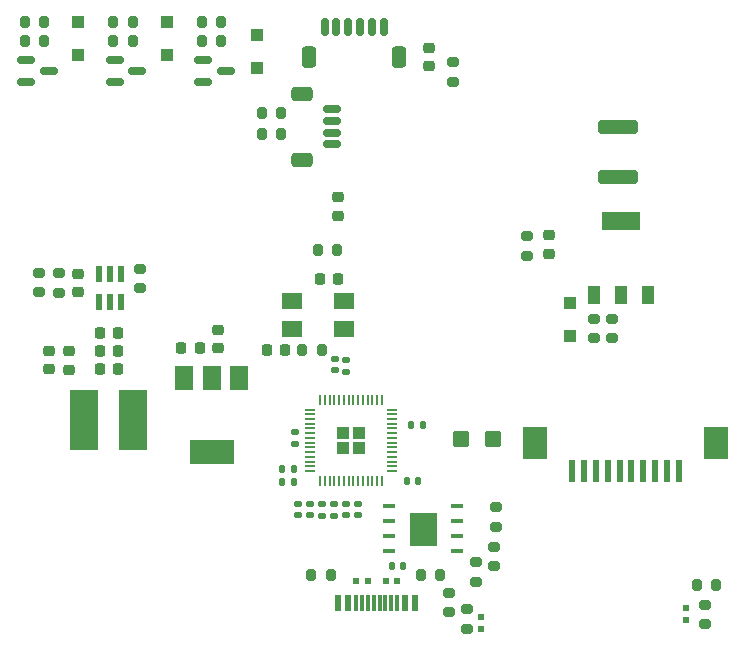
<source format=gbr>
%TF.GenerationSoftware,KiCad,Pcbnew,(5.99.0-10573-gc33b2cfa8d)*%
%TF.CreationDate,2021-05-20T10:50:06+02:00*%
%TF.ProjectId,sucker-one-mainboard,7375636b-6572-42d6-9f6e-652d6d61696e,rev?*%
%TF.SameCoordinates,Original*%
%TF.FileFunction,Paste,Top*%
%TF.FilePolarity,Positive*%
%FSLAX46Y46*%
G04 Gerber Fmt 4.6, Leading zero omitted, Abs format (unit mm)*
G04 Created by KiCad (PCBNEW (5.99.0-10573-gc33b2cfa8d)) date 2021-05-20 10:50:06*
%MOMM*%
%LPD*%
G01*
G04 APERTURE LIST*
G04 Aperture macros list*
%AMRoundRect*
0 Rectangle with rounded corners*
0 $1 Rounding radius*
0 $2 $3 $4 $5 $6 $7 $8 $9 X,Y pos of 4 corners*
0 Add a 4 corners polygon primitive as box body*
4,1,4,$2,$3,$4,$5,$6,$7,$8,$9,$2,$3,0*
0 Add four circle primitives for the rounded corners*
1,1,$1+$1,$2,$3*
1,1,$1+$1,$4,$5*
1,1,$1+$1,$6,$7*
1,1,$1+$1,$8,$9*
0 Add four rect primitives between the rounded corners*
20,1,$1+$1,$2,$3,$4,$5,0*
20,1,$1+$1,$4,$5,$6,$7,0*
20,1,$1+$1,$6,$7,$8,$9,0*
20,1,$1+$1,$8,$9,$2,$3,0*%
G04 Aperture macros list end*
%ADD10C,0.010000*%
%ADD11R,0.599999X1.899999*%
%ADD12R,2.100001X2.799999*%
%ADD13R,0.990600X1.498600*%
%ADD14R,3.276600X1.498600*%
%ADD15RoundRect,0.150000X-0.587500X-0.150000X0.587500X-0.150000X0.587500X0.150000X-0.587500X0.150000X0*%
%ADD16RoundRect,0.200000X0.200000X0.275000X-0.200000X0.275000X-0.200000X-0.275000X0.200000X-0.275000X0*%
%ADD17RoundRect,0.200000X-0.275000X0.200000X-0.275000X-0.200000X0.275000X-0.200000X0.275000X0.200000X0*%
%ADD18RoundRect,0.225000X0.225000X0.250000X-0.225000X0.250000X-0.225000X-0.250000X0.225000X-0.250000X0*%
%ADD19RoundRect,0.218750X0.256250X-0.218750X0.256250X0.218750X-0.256250X0.218750X-0.256250X-0.218750X0*%
%ADD20RoundRect,0.200000X-0.200000X-0.275000X0.200000X-0.275000X0.200000X0.275000X-0.200000X0.275000X0*%
%ADD21RoundRect,0.150000X0.150000X0.625000X-0.150000X0.625000X-0.150000X-0.625000X0.150000X-0.625000X0*%
%ADD22RoundRect,0.250000X0.350000X0.650000X-0.350000X0.650000X-0.350000X-0.650000X0.350000X-0.650000X0*%
%ADD23R,0.500000X0.600000*%
%ADD24R,0.590000X1.450000*%
%ADD25R,0.600000X0.500000*%
%ADD26RoundRect,0.140000X0.170000X-0.140000X0.170000X0.140000X-0.170000X0.140000X-0.170000X-0.140000X0*%
%ADD27R,1.500000X2.000000*%
%ADD28R,3.800000X2.000000*%
%ADD29RoundRect,0.140000X0.140000X0.170000X-0.140000X0.170000X-0.140000X-0.170000X0.140000X-0.170000X0*%
%ADD30R,1.100000X1.100000*%
%ADD31RoundRect,0.135000X-0.185000X0.135000X-0.185000X-0.135000X0.185000X-0.135000X0.185000X0.135000X0*%
%ADD32RoundRect,0.200000X0.275000X-0.200000X0.275000X0.200000X-0.275000X0.200000X-0.275000X-0.200000X0*%
%ADD33R,1.800000X1.400000*%
%ADD34R,0.600000X1.450000*%
%ADD35R,0.300000X1.450000*%
%ADD36RoundRect,0.225000X-0.250000X0.225000X-0.250000X-0.225000X0.250000X-0.225000X0.250000X0.225000X0*%
%ADD37RoundRect,0.140000X-0.170000X0.140000X-0.170000X-0.140000X0.170000X-0.140000X0.170000X0.140000X0*%
%ADD38RoundRect,0.225000X0.250000X-0.225000X0.250000X0.225000X-0.250000X0.225000X-0.250000X-0.225000X0*%
%ADD39R,1.040000X0.440000*%
%ADD40RoundRect,0.150000X0.625000X-0.150000X0.625000X0.150000X-0.625000X0.150000X-0.625000X-0.150000X0*%
%ADD41RoundRect,0.250000X0.650000X-0.350000X0.650000X0.350000X-0.650000X0.350000X-0.650000X-0.350000X0*%
%ADD42RoundRect,0.140000X-0.140000X-0.170000X0.140000X-0.170000X0.140000X0.170000X-0.140000X0.170000X0*%
%ADD43RoundRect,0.250000X-0.450000X-0.425000X0.450000X-0.425000X0.450000X0.425000X-0.450000X0.425000X0*%
%ADD44RoundRect,0.250000X1.450000X-0.312500X1.450000X0.312500X-1.450000X0.312500X-1.450000X-0.312500X0*%
%ADD45R,2.350000X5.100000*%
%ADD46RoundRect,0.218750X-0.256250X0.218750X-0.256250X-0.218750X0.256250X-0.218750X0.256250X0.218750X0*%
%ADD47RoundRect,0.250000X0.292217X0.292217X-0.292217X0.292217X-0.292217X-0.292217X0.292217X-0.292217X0*%
%ADD48RoundRect,0.050000X0.387500X0.050000X-0.387500X0.050000X-0.387500X-0.050000X0.387500X-0.050000X0*%
%ADD49RoundRect,0.050000X0.050000X0.387500X-0.050000X0.387500X-0.050000X-0.387500X0.050000X-0.387500X0*%
G04 APERTURE END LIST*
D10*
%TO.C,U3*%
X103056000Y-146013000D02*
X100896000Y-146013000D01*
X100896000Y-146013000D02*
X100896000Y-143293000D01*
X100896000Y-143293000D02*
X103056000Y-143293000D01*
X103056000Y-143293000D02*
X103056000Y-146013000D01*
G36*
X103056000Y-146013000D02*
G01*
X100896000Y-146013000D01*
X100896000Y-143293000D01*
X103056000Y-143293000D01*
X103056000Y-146013000D01*
G37*
X103056000Y-146013000D02*
X100896000Y-146013000D01*
X100896000Y-143293000D01*
X103056000Y-143293000D01*
X103056000Y-146013000D01*
%TD*%
D11*
%TO.C,J9*%
X123625999Y-139750400D03*
X122625999Y-139750400D03*
X121625998Y-139750400D03*
X120626000Y-139750400D03*
X119625999Y-139750400D03*
X118625999Y-139750400D03*
X117625998Y-139750400D03*
X116625998Y-139750400D03*
X115626000Y-139750400D03*
X114625999Y-139750400D03*
D12*
X126776000Y-137400400D03*
X111476001Y-137400400D03*
%TD*%
D13*
%TO.C,Q6*%
X116484400Y-124866400D03*
X118770400Y-124866400D03*
X121056400Y-124866400D03*
D14*
X118770400Y-118567200D03*
%TD*%
D15*
%TO.C,Q2*%
X75897500Y-104965000D03*
X75897500Y-106865000D03*
X77772500Y-105915000D03*
%TD*%
D16*
%TO.C,R27*%
X93408000Y-129540000D03*
X91758000Y-129540000D03*
%TD*%
D17*
%TO.C,R23*%
X117983000Y-126860800D03*
X117983000Y-128510800D03*
%TD*%
D18*
%TO.C,C4*%
X76175200Y-128066800D03*
X74625200Y-128066800D03*
%TD*%
%TO.C,C6*%
X94805800Y-123494800D03*
X93255800Y-123494800D03*
%TD*%
D15*
%TO.C,Q3*%
X83390500Y-104965000D03*
X83390500Y-106865000D03*
X85265500Y-105915000D03*
%TD*%
D19*
%TO.C,D2*%
X102463600Y-105486300D03*
X102463600Y-103911300D03*
%TD*%
D20*
%TO.C,R14*%
X125133600Y-149453600D03*
X126783600Y-149453600D03*
%TD*%
%TO.C,R11*%
X83249000Y-101724000D03*
X84899000Y-101724000D03*
%TD*%
D21*
%TO.C,J8*%
X98639000Y-102180000D03*
X97639000Y-102180000D03*
X96639000Y-102180000D03*
X95639000Y-102180000D03*
X94639000Y-102180000D03*
X93639000Y-102180000D03*
D22*
X99939000Y-104705000D03*
X92339000Y-104705000D03*
%TD*%
D23*
%TO.C,D4*%
X124256800Y-151341200D03*
X124256800Y-152341200D03*
%TD*%
D24*
%TO.C,U2*%
X74513400Y-125411800D03*
X75463400Y-125411800D03*
X76413400Y-125411800D03*
X76413400Y-123101800D03*
X75463400Y-123101800D03*
X74513400Y-123101800D03*
%TD*%
D20*
%TO.C,R9*%
X75756000Y-101724000D03*
X77406000Y-101724000D03*
%TD*%
D25*
%TO.C,D5*%
X97282000Y-149098000D03*
X96282000Y-149098000D03*
%TD*%
D26*
%TO.C,C13*%
X92451000Y-143510000D03*
X92451000Y-142550000D03*
%TD*%
D27*
%TO.C,U1*%
X86374000Y-131851000D03*
D28*
X84074000Y-138151000D03*
D27*
X84074000Y-131851000D03*
X81774000Y-131851000D03*
%TD*%
D20*
%TO.C,R21*%
X88329000Y-109423200D03*
X89979000Y-109423200D03*
%TD*%
D29*
%TO.C,C10*%
X100302000Y-147828000D03*
X99342000Y-147828000D03*
%TD*%
D30*
%TO.C,D9*%
X80264000Y-101721000D03*
X80264000Y-104521000D03*
%TD*%
D31*
%TO.C,R5*%
X93467000Y-142520000D03*
X93467000Y-143540000D03*
%TD*%
D32*
%TO.C,R28*%
X106502200Y-149135600D03*
X106502200Y-147485600D03*
%TD*%
D30*
%TO.C,D10*%
X87884000Y-102864000D03*
X87884000Y-105664000D03*
%TD*%
%TO.C,D3*%
X72771000Y-101721000D03*
X72771000Y-104521000D03*
%TD*%
D33*
%TO.C,Y1*%
X90916400Y-127742800D03*
X95316400Y-127742800D03*
X95316400Y-125342800D03*
X90916400Y-125342800D03*
%TD*%
D34*
%TO.C,J12*%
X94794000Y-150945500D03*
X95594000Y-150945500D03*
D35*
X96794000Y-150945500D03*
X97794000Y-150945500D03*
X98294000Y-150945500D03*
X99294000Y-150945500D03*
D34*
X101294000Y-150945500D03*
X100494000Y-150945500D03*
D35*
X99794000Y-150945500D03*
X98794000Y-150945500D03*
X97294000Y-150945500D03*
X96294000Y-150945500D03*
%TD*%
D26*
%TO.C,C17*%
X95499000Y-143510000D03*
X95499000Y-142550000D03*
%TD*%
D36*
%TO.C,C5*%
X72771000Y-123050000D03*
X72771000Y-124600000D03*
%TD*%
D17*
%TO.C,R16*%
X116459000Y-126860800D03*
X116459000Y-128510800D03*
%TD*%
D37*
%TO.C,C14*%
X96515000Y-142550000D03*
X96515000Y-143510000D03*
%TD*%
D20*
%TO.C,R17*%
X83249000Y-103375000D03*
X84899000Y-103375000D03*
%TD*%
D17*
%TO.C,R12*%
X110794800Y-119875800D03*
X110794800Y-121525800D03*
%TD*%
D15*
%TO.C,Q1*%
X68404500Y-104965000D03*
X68404500Y-106865000D03*
X70279500Y-105915000D03*
%TD*%
D38*
%TO.C,C11*%
X84607400Y-129375200D03*
X84607400Y-127825200D03*
%TD*%
D37*
%TO.C,C12*%
X94513400Y-130251200D03*
X94513400Y-131211200D03*
%TD*%
D39*
%TO.C,U3*%
X104821000Y-146558000D03*
X104821000Y-145288000D03*
X104821000Y-144018000D03*
X104821000Y-142748000D03*
X99131000Y-142748000D03*
X99131000Y-144018000D03*
X99131000Y-145288000D03*
X99131000Y-146558000D03*
%TD*%
D32*
%TO.C,R24*%
X105689400Y-153123400D03*
X105689400Y-151473400D03*
%TD*%
D40*
%TO.C,J7*%
X94289000Y-112117000D03*
X94289000Y-111117000D03*
X94289000Y-110117000D03*
X94289000Y-109117000D03*
D41*
X91764000Y-113417000D03*
X91764000Y-107817000D03*
%TD*%
D32*
%TO.C,R13*%
X125831600Y-152717000D03*
X125831600Y-151067000D03*
%TD*%
D42*
%TO.C,C23*%
X90066000Y-139573000D03*
X91026000Y-139573000D03*
%TD*%
D16*
%TO.C,R10*%
X94703400Y-121056400D03*
X93053400Y-121056400D03*
%TD*%
D32*
%TO.C,R8*%
X104495600Y-106793800D03*
X104495600Y-105143800D03*
%TD*%
D19*
%TO.C,D8*%
X112674400Y-121386700D03*
X112674400Y-119811700D03*
%TD*%
D42*
%TO.C,C19*%
X90066000Y-140716000D03*
X91026000Y-140716000D03*
%TD*%
D20*
%TO.C,R22*%
X88329000Y-111226600D03*
X89979000Y-111226600D03*
%TD*%
D32*
%TO.C,R26*%
X108127800Y-144487400D03*
X108127800Y-142837400D03*
%TD*%
%TO.C,R19*%
X69494400Y-124637800D03*
X69494400Y-122987800D03*
%TD*%
D25*
%TO.C,D6*%
X98814000Y-149098000D03*
X99814000Y-149098000D03*
%TD*%
D32*
%TO.C,R3*%
X104140000Y-151701000D03*
X104140000Y-150051000D03*
%TD*%
D37*
%TO.C,C20*%
X95478600Y-130406200D03*
X95478600Y-131366200D03*
%TD*%
D18*
%TO.C,C3*%
X83071000Y-129387600D03*
X81521000Y-129387600D03*
%TD*%
D38*
%TO.C,C9*%
X70307200Y-131153200D03*
X70307200Y-129603200D03*
%TD*%
D18*
%TO.C,C2*%
X76175200Y-129565400D03*
X74625200Y-129565400D03*
%TD*%
D43*
%TO.C,C21*%
X105228400Y-137058400D03*
X107928400Y-137058400D03*
%TD*%
D20*
%TO.C,R7*%
X68263000Y-103375000D03*
X69913000Y-103375000D03*
%TD*%
D44*
%TO.C,F1*%
X118491000Y-114888100D03*
X118491000Y-110613100D03*
%TD*%
D18*
%TO.C,C7*%
X90310000Y-129540000D03*
X88760000Y-129540000D03*
%TD*%
D20*
%TO.C,R1*%
X92520000Y-148590000D03*
X94170000Y-148590000D03*
%TD*%
D16*
%TO.C,R2*%
X103441000Y-148590000D03*
X101791000Y-148590000D03*
%TD*%
D45*
%TO.C,L1*%
X77436800Y-135407400D03*
X73286800Y-135407400D03*
%TD*%
D32*
%TO.C,R18*%
X78054200Y-124294400D03*
X78054200Y-122644400D03*
%TD*%
D23*
%TO.C,D12*%
X106908600Y-152128600D03*
X106908600Y-153128600D03*
%TD*%
D26*
%TO.C,C16*%
X91135200Y-137462200D03*
X91135200Y-136502200D03*
%TD*%
D20*
%TO.C,R6*%
X68263000Y-101724000D03*
X69913000Y-101724000D03*
%TD*%
D38*
%TO.C,C8*%
X72034400Y-131178600D03*
X72034400Y-129628600D03*
%TD*%
D42*
%TO.C,C15*%
X100993000Y-135864600D03*
X101953000Y-135864600D03*
%TD*%
D46*
%TO.C,D7*%
X94742000Y-116560500D03*
X94742000Y-118135500D03*
%TD*%
D18*
%TO.C,C1*%
X76175200Y-131089400D03*
X74625200Y-131089400D03*
%TD*%
D30*
%TO.C,D11*%
X114452400Y-125498400D03*
X114452400Y-128298400D03*
%TD*%
D31*
%TO.C,R4*%
X94483000Y-142520000D03*
X94483000Y-143540000D03*
%TD*%
D32*
%TO.C,R25*%
X107975400Y-147828000D03*
X107975400Y-146178000D03*
%TD*%
D29*
%TO.C,C18*%
X101546600Y-140589000D03*
X100586600Y-140589000D03*
%TD*%
D26*
%TO.C,C22*%
X91435000Y-143510000D03*
X91435000Y-142550000D03*
%TD*%
D20*
%TO.C,R15*%
X75756000Y-103375000D03*
X77406000Y-103375000D03*
%TD*%
D17*
%TO.C,R20*%
X71120000Y-123013200D03*
X71120000Y-124663200D03*
%TD*%
D47*
%TO.C,U4*%
X96517500Y-137797500D03*
X96517500Y-136522500D03*
X95242500Y-137797500D03*
X95242500Y-136522500D03*
D48*
X99317500Y-139760000D03*
X99317500Y-139360000D03*
X99317500Y-138960000D03*
X99317500Y-138560000D03*
X99317500Y-138160000D03*
X99317500Y-137760000D03*
X99317500Y-137360000D03*
X99317500Y-136960000D03*
X99317500Y-136560000D03*
X99317500Y-136160000D03*
X99317500Y-135760000D03*
X99317500Y-135360000D03*
X99317500Y-134960000D03*
X99317500Y-134560000D03*
D49*
X98480000Y-133722500D03*
X98080000Y-133722500D03*
X97680000Y-133722500D03*
X97280000Y-133722500D03*
X96880000Y-133722500D03*
X96480000Y-133722500D03*
X96080000Y-133722500D03*
X95680000Y-133722500D03*
X95280000Y-133722500D03*
X94880000Y-133722500D03*
X94480000Y-133722500D03*
X94080000Y-133722500D03*
X93680000Y-133722500D03*
X93280000Y-133722500D03*
D48*
X92442500Y-134560000D03*
X92442500Y-134960000D03*
X92442500Y-135360000D03*
X92442500Y-135760000D03*
X92442500Y-136160000D03*
X92442500Y-136560000D03*
X92442500Y-136960000D03*
X92442500Y-137360000D03*
X92442500Y-137760000D03*
X92442500Y-138160000D03*
X92442500Y-138560000D03*
X92442500Y-138960000D03*
X92442500Y-139360000D03*
X92442500Y-139760000D03*
D49*
X93280000Y-140597500D03*
X93680000Y-140597500D03*
X94080000Y-140597500D03*
X94480000Y-140597500D03*
X94880000Y-140597500D03*
X95280000Y-140597500D03*
X95680000Y-140597500D03*
X96080000Y-140597500D03*
X96480000Y-140597500D03*
X96880000Y-140597500D03*
X97280000Y-140597500D03*
X97680000Y-140597500D03*
X98080000Y-140597500D03*
X98480000Y-140597500D03*
%TD*%
M02*

</source>
